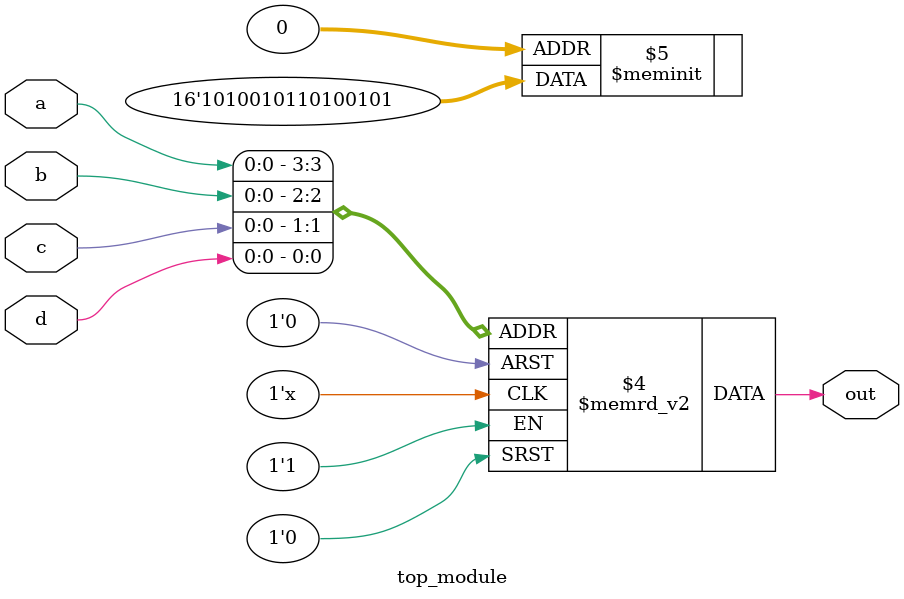
<source format=sv>
module top_module (
    input a, 
    input b,
    input c,
    input d,
    output reg out
);
    
    always @(*) begin
        case ({a, b, c, d})
            4'b0000: out = 1;
            4'b0001: out = 0;
            4'b0010: out = 1;
            4'b0011: out = 0;
            4'b0100: out = 0;
            4'b0101: out = 1;
            4'b0110: out = 0;
            4'b0111: out = 1;
            4'b1000: out = 1;
            4'b1001: out = 0;
            4'b1010: out = 1;
            4'b1011: out = 0;
            4'b1100: out = 0;
            4'b1101: out = 1;
            4'b1110: out = 0;
            4'b1111: out = 1;
        endcase
    end
endmodule

</source>
